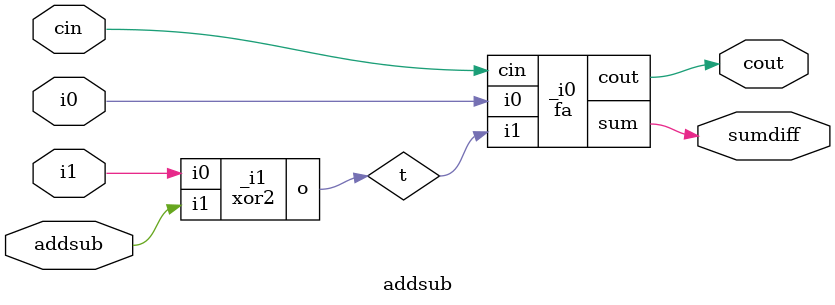
<source format=v>
module invert (input wire i, output wire o);
   assign o = !i;
endmodule

module and2 (input wire i0, i1, output wire o);
  assign o = i0 & i1;
endmodule

module or2 (input wire i0, i1, output wire o);
  assign o = i0 | i1;
endmodule

module xor2 (input wire i0, i1, output wire o);
  assign o = i0 ^ i1;
endmodule

module nand2 (input wire i0, i1, output wire o);
   wire t;
   and2 and2_0 (i0, i1, t);
   invert invert_0 (t, o);
endmodule

module nor2 (input wire i0, i1, output wire o);
   wire t;
   or2 or2_0 (i0, i1, t);
   invert invert_0 (t, o);
endmodule

module xnor2 (input wire i0, i1, output wire o);
   wire t;
   xor2 xor2_0 (i0, i1, t);
   invert invert_0 (t, o);
endmodule

module and3 (input wire i0, i1, i2, output wire o);
   wire t;
   and2 and2_0 (i0, i1, t);
   and2 and2_1 (i2, t, o);
endmodule

module or3 (input wire i0, i1, i2, output wire o);
   wire t;
   or2 or2_0 (i0, i1, t);
   or2 or2_1 (i2, t, o);
endmodule

module nor3 (input wire i0, i1, i2, output wire o);
   wire t;
   or2 or2_0 (i0, i1, t);
   nor2 nor2_0 (i2, t, o);
endmodule

module nand3 (input wire i0, i1, i2, output wire o);
   wire t;
   and2 and2_0 (i0, i1, t);
   nand2 nand2_1 (i2, t, o);
endmodule

module xor3 (input wire i0, i1, i2, output wire o);
   wire t;
   xor2 xor2_0 (i0, i1, t);
   xor2 xor2_1 (i2, t, o);
endmodule

module xnor3 (input wire i0, i1, i2, output wire o);
   wire t;
   xor2 xor2_0 (i0, i1, t);
   xnor2 xnor2_0 (i2, t, o);
endmodule

module mux2 (input wire i0, i1, j, output wire o);
  assign o = (j==0)?i0:i1;
endmodule

module mux3 (input wire [0:2] i, input wire j1, j0, output wire o);
  wire  t;
  mux2 mux2_0 (i[0], i[1], j0, t);
  mux2 mux2_1 (t, i[2], j1, o);
endmodule

module mux4 (input wire [0:3] i, input wire j1, j0, output wire o);
  wire  t0, t1;
  mux2 mux2_0 (i[0], i[1], j1, t0);
  mux2 mux2_1 (i[2], i[3], j1, t1);
  mux2 mux2_2 (t0, t1, j0, o);
endmodule

module mux8 (input wire [0:7] i, input wire j2, j1, j0, output wire o);
  wire  t0, t1;
  mux4 mux4_0 (i[0:3], j2, j1, t0);
  mux4 mux4_1 (i[4:7], j2, j1, t1);
  mux2 mux2_0 (t0, t1, j0, o);
endmodule

module demux2 (input wire i, j, output wire o0, o1);
  assign o0 = (j==0)?i:1'b0;
  assign o1 = (j==1)?i:1'b0;
endmodule

module demux4 (input wire i, j1, j0, output wire [0:3] o);
  wire  t0, t1;
  demux2 demux2_0 (i, j1, t0, t1);
  demux2 demux2_1 (t0, j0, o[0], o[1]);
  demux2 demux2_2 (t1, j0, o[2], o[3]);
endmodule

module demux8 (input wire i, j2, j1, j0, output wire [0:7] o);
  wire  t0, t1;
  demux2 demux2_0 (i, j2, t0, t1);
  demux4 demux4_0 (t0, j1, j0, o[0:3]);
  demux4 demux4_1 (t1, j1, j0, o[4:7]);
endmodule

module df (input wire clk, in, output wire out);
  reg df_out;
  always@(posedge clk) df_out <= in;
  assign out = df_out;
endmodule

module dfr (input wire clk, reset, in, output wire out);
  wire reset_, df_in;
  invert invert_0 (reset, reset_);
  and2 and2_0 (in, reset_, df_in);
  df df_0 (clk, df_in, out);
endmodule

module dfrl (input wire clk, reset, load, in, output wire out);
  wire _in;
  mux2 mux2_0(out, in, load, _in);
  dfr dfr_1(clk, reset, _in, out);
endmodule

module dfs (input wire clk, set, in, output wire out);
  wire dfr_in,dfr_out;
  invert invert_0(in, dfr_in);
  invert invert_1(dfr_out, out);
  dfr dfr_2(clk, set, dfr_in, dfr_out);
endmodule

module dfsl (input wire clk, set, load, in, output wire out);
  wire _in;
  mux2 mux2_0(out, in, load, _in);
  dfs dfs_1(clk, set, _in, out);
endmodule

module fa (input wire i0, i1, cin, output wire sum, cout);
   wire t0, t1, t2;
   xor3 _i0 (i0, i1, cin, sum);
   and2 _i1 (i0, i1, t0);
   and2 _i2 (i1, cin, t1);
   and2 _i3 (cin, i0, t2);
   or3 _i4 (t0, t1, t2, cout);
endmodule

module addsub (input wire addsub, i0, i1, cin, output wire sumdiff, cout);
  wire t;
  fa _i0 (i0, t, cin, sumdiff, cout);
  xor2 _i1 (i1, addsub, t);
endmodule

</source>
